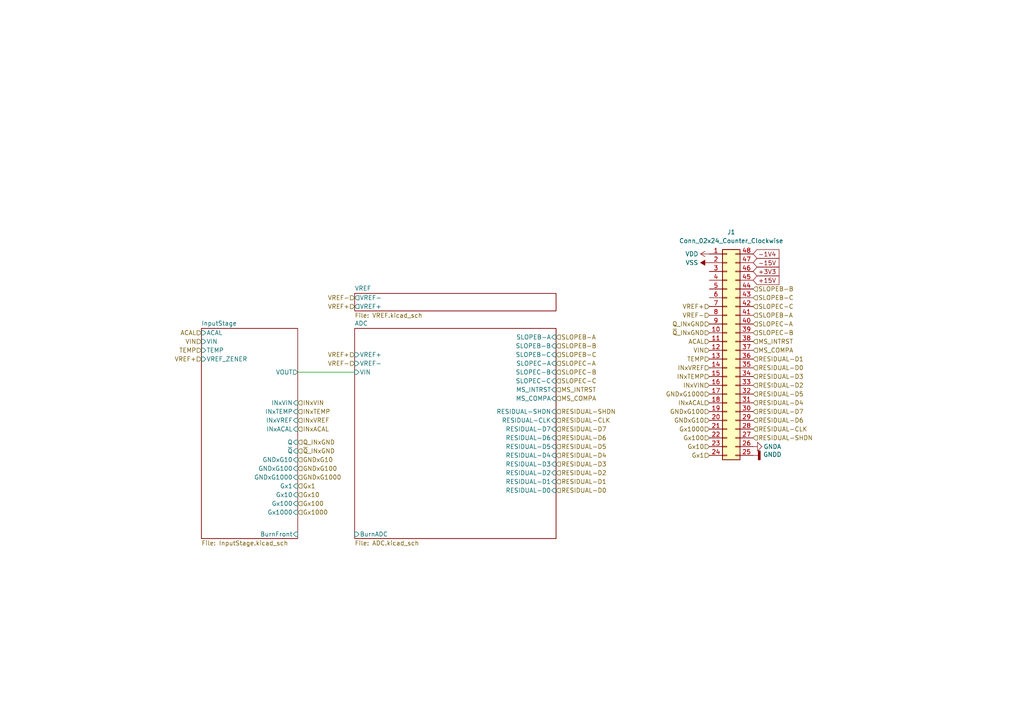
<source format=kicad_sch>
(kicad_sch (version 20231120) (generator "eeschema") (generator_version "8.0")
  (paper "A4")
  (title_block (title "xMultislope-1v0") (date "2023-11-01"))
  (lib_symbols
    (symbol "Connector_Generic:Conn_02x24_Counter_Clockwise" (pin_names (offset 1.016) hide)
      (property "Reference" "J" (at 1.27 30.48 0))
      (property "Value" "Conn_02x24_Counter_Clockwise" (at 1.27 -33.02 0))
      (symbol "Conn_02x24_Counter_Clockwise_1_1"
        (rectangle (start -1.27 -30.353) (end 0 -30.607) (stroke (width 0.1524)))
        (rectangle (start -1.27 -27.813) (end 0 -28.067) (stroke (width 0.1524)))
        (rectangle (start -1.27 -25.273) (end 0 -25.527) (stroke (width 0.1524)))
        (rectangle (start -1.27 -22.733) (end 0 -22.987) (stroke (width 0.1524)))
        (rectangle (start -1.27 -20.193) (end 0 -20.447) (stroke (width 0.1524)))
        (rectangle (start -1.27 -17.653) (end 0 -17.907) (stroke (width 0.1524)))
        (rectangle (start -1.27 -15.113) (end 0 -15.367) (stroke (width 0.1524)))
        (rectangle (start -1.27 -12.573) (end 0 -12.827) (stroke (width 0.1524)))
        (rectangle (start -1.27 -10.033) (end 0 -10.287) (stroke (width 0.1524)))
        (rectangle (start -1.27 -7.493) (end 0 -7.747) (stroke (width 0.1524)))
        (rectangle (start -1.27 -4.953) (end 0 -5.207) (stroke (width 0.1524)))
        (rectangle (start -1.27 -2.413) (end 0 -2.667) (stroke (width 0.1524)))
        (rectangle (start -1.27 0.127) (end 0 -0.127) (stroke (width 0.1524)))
        (rectangle (start -1.27 2.667) (end 0 2.413) (stroke (width 0.1524)))
        (rectangle (start -1.27 5.207) (end 0 4.953) (stroke (width 0.1524)))
        (rectangle (start -1.27 7.747) (end 0 7.493) (stroke (width 0.1524)))
        (rectangle (start -1.27 10.287) (end 0 10.033) (stroke (width 0.1524)))
        (rectangle (start -1.27 12.827) (end 0 12.573) (stroke (width 0.1524)))
        (rectangle (start -1.27 15.367) (end 0 15.113) (stroke (width 0.1524)))
        (rectangle (start -1.27 17.907) (end 0 17.653) (stroke (width 0.1524)))
        (rectangle (start -1.27 20.447) (end 0 20.193) (stroke (width 0.1524)))
        (rectangle (start -1.27 22.987) (end 0 22.733) (stroke (width 0.1524)))
        (rectangle (start -1.27 25.527) (end 0 25.273) (stroke (width 0.1524)))
        (rectangle (start -1.27 28.067) (end 0 27.813) (stroke (width 0.1524)))
        (rectangle (start -1.27 29.21) (end 3.81 -31.75) (stroke (width 0.254)) (fill (type background)))
        (rectangle (start 3.81 -30.353) (end 2.54 -30.607) (stroke (width 0.1524)))
        (rectangle (start 3.81 -27.813) (end 2.54 -28.067) (stroke (width 0.1524)))
        (rectangle (start 3.81 -25.273) (end 2.54 -25.527) (stroke (width 0.1524)))
        (rectangle (start 3.81 -22.733) (end 2.54 -22.987) (stroke (width 0.1524)))
        (rectangle (start 3.81 -20.193) (end 2.54 -20.447) (stroke (width 0.1524)))
        (rectangle (start 3.81 -17.653) (end 2.54 -17.907) (stroke (width 0.1524)))
        (rectangle (start 3.81 -15.113) (end 2.54 -15.367) (stroke (width 0.1524)))
        (rectangle (start 3.81 -12.573) (end 2.54 -12.827) (stroke (width 0.1524)))
        (rectangle (start 3.81 -10.033) (end 2.54 -10.287) (stroke (width 0.1524)))
        (rectangle (start 3.81 -7.493) (end 2.54 -7.747) (stroke (width 0.1524)))
        (rectangle (start 3.81 -4.953) (end 2.54 -5.207) (stroke (width 0.1524)))
        (rectangle (start 3.81 -2.413) (end 2.54 -2.667) (stroke (width 0.1524)))
        (rectangle (start 3.81 0.127) (end 2.54 -0.127) (stroke (width 0.1524)))
        (rectangle (start 3.81 2.667) (end 2.54 2.413) (stroke (width 0.1524)))
        (rectangle (start 3.81 5.207) (end 2.54 4.953) (stroke (width 0.1524)))
        (rectangle (start 3.81 7.747) (end 2.54 7.493) (stroke (width 0.1524)))
        (rectangle (start 3.81 10.287) (end 2.54 10.033) (stroke (width 0.1524)))
        (rectangle (start 3.81 12.827) (end 2.54 12.573) (stroke (width 0.1524)))
        (rectangle (start 3.81 15.367) (end 2.54 15.113) (stroke (width 0.1524)))
        (rectangle (start 3.81 17.907) (end 2.54 17.653) (stroke (width 0.1524)))
        (rectangle (start 3.81 20.447) (end 2.54 20.193) (stroke (width 0.1524)))
        (rectangle (start 3.81 22.987) (end 2.54 22.733) (stroke (width 0.1524)))
        (rectangle (start 3.81 25.527) (end 2.54 25.273) (stroke (width 0.1524)))
        (rectangle (start 3.81 28.067) (end 2.54 27.813) (stroke (width 0.1524)))
        (pin passive line (at -5.08 27.94 0) (length 3.81) (name "Pin_1") (number "1"))
        (pin passive line (at -5.08 5.08 0) (length 3.81) (name "Pin_10") (number "10"))
        (pin passive line (at -5.08 2.54 0) (length 3.81) (name "Pin_11") (number "11"))
        (pin passive line (at -5.08 0 0) (length 3.81) (name "Pin_12") (number "12"))
        (pin passive line (at -5.08 -2.54 0) (length 3.81) (name "Pin_13") (number "13"))
        (pin passive line (at -5.08 -5.08 0) (length 3.81) (name "Pin_14") (number "14"))
        (pin passive line (at -5.08 -7.62 0) (length 3.81) (name "Pin_15") (number "15"))
        (pin passive line (at -5.08 -10.16 0) (length 3.81) (name "Pin_16") (number "16"))
        (pin passive line (at -5.08 -12.7 0) (length 3.81) (name "Pin_17") (number "17"))
        (pin passive line (at -5.08 -15.24 0) (length 3.81) (name "Pin_18") (number "18"))
        (pin passive line (at -5.08 -17.78 0) (length 3.81) (name "Pin_19") (number "19"))
        (pin passive line (at -5.08 25.4 0) (length 3.81) (name "Pin_2") (number "2"))
        (pin passive line (at -5.08 -20.32 0) (length 3.81) (name "Pin_20") (number "20"))
        (pin passive line (at -5.08 -22.86 0) (length 3.81) (name "Pin_21") (number "21"))
        (pin passive line (at -5.08 -25.4 0) (length 3.81) (name "Pin_22") (number "22"))
        (pin passive line (at -5.08 -27.94 0) (length 3.81) (name "Pin_23") (number "23"))
        (pin passive line (at -5.08 -30.48 0) (length 3.81) (name "Pin_24") (number "24"))
        (pin passive line (at 7.62 -30.48 180) (length 3.81) (name "Pin_25") (number "25"))
        (pin passive line (at 7.62 -27.94 180) (length 3.81) (name "Pin_26") (number "26"))
        (pin passive line (at 7.62 -25.4 180) (length 3.81) (name "Pin_27") (number "27"))
        (pin passive line (at 7.62 -22.86 180) (length 3.81) (name "Pin_28") (number "28"))
        (pin passive line (at 7.62 -20.32 180) (length 3.81) (name "Pin_29") (number "29"))
        (pin passive line (at -5.08 22.86 0) (length 3.81) (name "Pin_3") (number "3"))
        (pin passive line (at 7.62 -17.78 180) (length 3.81) (name "Pin_30") (number "30"))
        (pin passive line (at 7.62 -15.24 180) (length 3.81) (name "Pin_31") (number "31"))
        (pin passive line (at 7.62 -12.7 180) (length 3.81) (name "Pin_32") (number "32"))
        (pin passive line (at 7.62 -10.16 180) (length 3.81) (name "Pin_33") (number "33"))
        (pin passive line (at 7.62 -7.62 180) (length 3.81) (name "Pin_34") (number "34"))
        (pin passive line (at 7.62 -5.08 180) (length 3.81) (name "Pin_35") (number "35"))
        (pin passive line (at 7.62 -2.54 180) (length 3.81) (name "Pin_36") (number "36"))
        (pin passive line (at 7.62 0 180) (length 3.81) (name "Pin_37") (number "37"))
        (pin passive line (at 7.62 2.54 180) (length 3.81) (name "Pin_38") (number "38"))
        (pin passive line (at 7.62 5.08 180) (length 3.81) (name "Pin_39") (number "39"))
        (pin passive line (at -5.08 20.32 0) (length 3.81) (name "Pin_4") (number "4"))
        (pin passive line (at 7.62 7.62 180) (length 3.81) (name "Pin_40") (number "40"))
        (pin passive line (at 7.62 10.16 180) (length 3.81) (name "Pin_41") (number "41"))
        (pin passive line (at 7.62 12.7 180) (length 3.81) (name "Pin_42") (number "42"))
        (pin passive line (at 7.62 15.24 180) (length 3.81) (name "Pin_43") (number "43"))
        (pin passive line (at 7.62 17.78 180) (length 3.81) (name "Pin_44") (number "44"))
        (pin passive line (at 7.62 20.32 180) (length 3.81) (name "Pin_45") (number "45"))
        (pin passive line (at 7.62 22.86 180) (length 3.81) (name "Pin_46") (number "46"))
        (pin passive line (at 7.62 25.4 180) (length 3.81) (name "Pin_47") (number "47"))
        (pin passive line (at 7.62 27.94 180) (length 3.81) (name "Pin_48") (number "48"))
        (pin passive line (at -5.08 17.78 0) (length 3.81) (name "Pin_5") (number "5"))
        (pin passive line (at -5.08 15.24 0) (length 3.81) (name "Pin_6") (number "6"))
        (pin passive line (at -5.08 12.7 0) (length 3.81) (name "Pin_7") (number "7"))
        (pin passive line (at -5.08 10.16 0) (length 3.81) (name "Pin_8") (number "8"))
        (pin passive line (at -5.08 7.62 0) (length 3.81) (name "Pin_9") (number "9"))
      )
    )
    (symbol "power:GNDA" (power) (pin_names (offset 0))
      (property "Value" "GNDA" (at 0 -3.81 0))
      (symbol "GNDA_0_1"
        (polyline (pts (xy 0 0) (xy 0 -1.27) (xy 1.27 -1.27) (xy 0 -2.54) (xy -1.27 -1.27) (xy 0 -1.27)))
      )
      (symbol "GNDA_1_1"
        (pin power_in line (at 0 0 270) (length 0) hide (name "GNDA") (number "1"))
      )
    )
    (symbol "power:GNDD" (power) (pin_names (offset 0))
      (property "Value" "GNDD" (at 0 -3.175 0))
      (symbol "GNDD_0_1"
        (rectangle (start -1.27 -1.524) (end 1.27 -2.032) (stroke (width 0.254)) (fill (type outline)))
        (polyline (pts (xy 0 0) (xy 0 -1.524)))
      )
      (symbol "GNDD_1_1"
        (pin power_in line (at 0 0 270) (length 0) hide (name "GNDD") (number "1"))
      )
    )
    (symbol "power:VDD" (power) (pin_names (offset 0))
      (property "Value" "VDD" (at 0 3.81 0))
      (symbol "VDD_0_1"
        (polyline (pts (xy -0.762 1.27) (xy 0 2.54)))
        (polyline (pts (xy 0 0) (xy 0 2.54)))
        (polyline (pts (xy 0 2.54) (xy 0.762 1.27)))
      )
      (symbol "VDD_1_1"
        (pin power_in line (at 0 0 90) (length 0) hide (name "VDD") (number "1"))
      )
    )
    (symbol "power:VSS" (power) (pin_names (offset 0))
      (property "Value" "VSS" (at 0 3.81 0))
      (symbol "VSS_0_1"
        (polyline (pts (xy 0 0) (xy 0 2.54)))
        (polyline (pts (xy 0.762 1.27) (xy -0.762 1.27) (xy 0 2.54) (xy 0.762 1.27)) (fill (type outline)))
      )
      (symbol "VSS_1_1"
        (pin power_in line (at 0 0 90) (length 0) hide (name "VSS") (number "1"))
      )
    )
  )
  (wire (pts (xy 86.36 107.95) (xy 102.87 107.95)))
  (global_label "+3V3" (shape input) (at 218.44 78.74 0) (property "Intersheetrefs" "${INTERSHEET_REFS}" (effects (hide yes))))
  (global_label "+15V" (shape input) (at 218.44 81.28 0) (property "Intersheetrefs" "${INTERSHEET_REFS}" (effects (hide yes))))
  (global_label "-15V" (shape input) (at 218.44 76.2 0) (property "Intersheetrefs" "${INTERSHEET_REFS}" (effects (hide yes))))
  (global_label "-1V4" (shape input) (at 218.44 73.66 0) (property "Intersheetrefs" "${INTERSHEET_REFS}" (effects (hide yes))))
  (hierarchical_label "Gx10" (shape input) (at 86.36 143.51 0))
  (hierarchical_label "~{Q}_INxGND" (shape input) (at 86.36 130.81 0))
  (hierarchical_label "MS_COMPA" (shape input) (at 161.29 115.57 0))
  (hierarchical_label "TEMP" (shape input) (at 205.74 104.14 180))
  (hierarchical_label "RESIDUAL-CLK" (shape input) (at 218.44 124.46 0))
  (hierarchical_label "Gx1" (shape input) (at 86.36 140.97 0))
  (hierarchical_label "Q_INxGND" (shape input) (at 86.36 128.27 0))
  (hierarchical_label "SLOPEC-A" (shape input) (at 218.44 93.98 0))
  (hierarchical_label "Gx100" (shape input) (at 205.74 127 180))
  (hierarchical_label "RESIDUAL-D6" (shape input) (at 161.29 127 0))
  (hierarchical_label "INxVIN" (shape input) (at 205.74 111.76 180))
  (hierarchical_label "RESIDUAL-D5" (shape input) (at 161.29 129.54 0))
  (hierarchical_label "GNDxG1000" (shape input) (at 86.36 138.43 0))
  (hierarchical_label "INxVREF" (shape input) (at 205.74 106.68 180))
  (hierarchical_label "GNDxG1000" (shape input) (at 205.74 114.3 180))
  (hierarchical_label "RESIDUAL-D1" (shape input) (at 218.44 104.14 0))
  (hierarchical_label "TEMP" (shape input) (at 58.42 101.6 180))
  (hierarchical_label "GNDxG100" (shape input) (at 205.74 119.38 180))
  (hierarchical_label "Gx10" (shape input) (at 205.74 129.54 180))
  (hierarchical_label "RESIDUAL-CLK" (shape input) (at 161.29 121.92 0))
  (hierarchical_label "INxACAL" (shape input) (at 205.74 116.84 180))
  (hierarchical_label "ACAL" (shape input) (at 58.42 96.52 180))
  (hierarchical_label "INxVIN" (shape input) (at 86.36 116.84 0))
  (hierarchical_label "VREF-" (shape input) (at 102.87 86.36 180))
  (hierarchical_label "ACAL" (shape input) (at 205.74 99.06 180))
  (hierarchical_label "RESIDUAL-D7" (shape input) (at 161.29 124.46 0))
  (hierarchical_label "RESIDUAL-D3" (shape input) (at 161.29 134.62 0))
  (hierarchical_label "RESIDUAL-D2" (shape input) (at 218.44 111.76 0))
  (hierarchical_label "INxTEMP" (shape input) (at 205.74 109.22 180))
  (hierarchical_label "VREF+" (shape input) (at 205.74 88.9 180))
  (hierarchical_label "SLOPEB-A" (shape input) (at 161.29 97.79 0))
  (hierarchical_label "Gx1" (shape input) (at 205.74 132.08 180))
  (hierarchical_label "RESIDUAL-SHDN" (shape input) (at 218.44 127 0))
  (hierarchical_label "RESIDUAL-D0" (shape input) (at 161.29 142.24 0))
  (hierarchical_label "VREF+" (shape input) (at 102.87 88.9 180))
  (hierarchical_label "RESIDUAL-D7" (shape input) (at 218.44 119.38 0))
  (hierarchical_label "SLOPEC-B" (shape input) (at 218.44 96.52 0))
  (hierarchical_label "VREF+" (shape input) (at 102.87 102.87 180))
  (hierarchical_label "INxTEMP" (shape input) (at 86.36 119.38 0))
  (hierarchical_label "Gx1000" (shape input) (at 86.36 148.59 0))
  (hierarchical_label "VREF-" (shape input) (at 205.74 91.44 180))
  (hierarchical_label "Q_INxGND" (shape input) (at 205.74 93.98 180))
  (hierarchical_label "RESIDUAL-D4" (shape input) (at 161.29 132.08 0))
  (hierarchical_label "SLOPEB-A" (shape input) (at 218.44 91.44 0))
  (hierarchical_label "RESIDUAL-D0" (shape input) (at 218.44 106.68 0))
  (hierarchical_label "VIN" (shape input) (at 58.42 99.06 180))
  (hierarchical_label "RESIDUAL-D1" (shape input) (at 161.29 139.7 0))
  (hierarchical_label "MS_COMPA" (shape input) (at 218.44 101.6 0))
  (hierarchical_label "GNDxG10" (shape input) (at 205.74 121.92 180))
  (hierarchical_label "RESIDUAL-D6" (shape input) (at 218.44 121.92 0))
  (hierarchical_label "MS_INTRST" (shape input) (at 218.44 99.06 0))
  (hierarchical_label "MS_INTRST" (shape input) (at 161.29 113.03 0))
  (hierarchical_label "RESIDUAL-D4" (shape input) (at 218.44 116.84 0))
  (hierarchical_label "INxVREF" (shape input) (at 86.36 121.92 0))
  (hierarchical_label "SLOPEC-B" (shape input) (at 161.29 107.95 0))
  (hierarchical_label "~{Q}_INxGND" (shape input) (at 205.74 96.52 180))
  (hierarchical_label "SLOPEC-A" (shape input) (at 161.29 105.41 0))
  (hierarchical_label "VIN" (shape input) (at 205.74 101.6 180))
  (hierarchical_label "SLOPEB-C" (shape input) (at 161.29 102.87 0))
  (hierarchical_label "RESIDUAL-D5" (shape input) (at 218.44 114.3 0))
  (hierarchical_label "GNDxG10" (shape input) (at 86.36 133.35 0))
  (hierarchical_label "RESIDUAL-D2" (shape input) (at 161.29 137.16 0))
  (hierarchical_label "SLOPEB-C" (shape input) (at 218.44 86.36 0))
  (hierarchical_label "RESIDUAL-SHDN" (shape input) (at 161.29 119.38 0))
  (hierarchical_label "VREF-" (shape input) (at 102.87 105.41 180))
  (hierarchical_label "INxACAL" (shape input) (at 86.36 124.46 0))
  (hierarchical_label "RESIDUAL-D3" (shape input) (at 218.44 109.22 0))
  (hierarchical_label "Gx100" (shape input) (at 86.36 146.05 0))
  (hierarchical_label "SLOPEB-B" (shape input) (at 161.29 100.33 0))
  (hierarchical_label "VREF+" (shape input) (at 58.42 104.14 180))
  (hierarchical_label "GNDxG100" (shape input) (at 86.36 135.89 0))
  (hierarchical_label "Gx1000" (shape input) (at 205.74 124.46 180))
  (hierarchical_label "SLOPEC-C" (shape input) (at 161.29 110.49 0))
  (hierarchical_label "SLOPEC-C" (shape input) (at 218.44 88.9 0))
  (hierarchical_label "SLOPEB-B" (shape input) (at 218.44 83.82 0))
  (symbol (lib_id "power:GNDA") (at 218.44 129.54 90) (mirror x) (unit 1)
    (property "Reference" "#PWR075" (effects (hide yes)))
    (property "Value" "GNDA" (at 224.028 129.54 90))
  )
  (symbol (lib_id "power:VDD") (at 205.74 73.66 90) (unit 1)
    (property "Reference" "#PWR026" (effects (hide yes)))
    (property "Value" "VDD" (at 200.66 73.66 90))
  )
  (symbol (lib_id "power:VSS") (at 205.74 76.2 90) (unit 1)
    (property "Reference" "#PWR035" (effects (hide yes)))
    (property "Value" "VSS" (at 200.66 76.2 90))
  )
  (symbol (lib_id "Connector_Generic:Conn_02x24_Counter_Clockwise") (at 210.82 101.6 0) (unit 1)
    (property "Reference" "J1" (at 212.09 67.31 0))
    (property "Value" "Conn_02x24_Counter_Clockwise" (at 212.09 69.85 0))
    (property "Footprint" "Connector_PinHeader_2.54mm:PinHeader_2x24_P2.54mm_Horizontal" (effects (hide yes)))
    (property "Description" "Generic connector, double row, 02x24, counter clockwise pin numbering scheme (similar to DIP package numbering), script generated (kicad-library-utils/schlib/autogen/connector/)" (effects (hide yes)))
  )
  (symbol (lib_id "power:GNDD") (at 218.44 132.08 90) (unit 1)
    (property "Reference" "#PWR074" (effects (hide yes)))
    (property "Value" "GNDD" (at 224.028 131.826 90))
  )
  (sheet (at 102.87 85.09) (size 58.42 5.08) (stroke (width 0.1524))
    (property "Sheetname" "VREF" (at 102.87 84.3784 0) (effects (justify left bottom)))
    (property "Sheetfile" "VREF.kicad_sch" (at 102.87 90.7546 0) (effects (justify left top)))
    (pin "VREF-" output (at 102.87 86.36 180))
    (pin "VREF+" output (at 102.87 88.9 180))
  )
  (sheet (at 58.42 95.25) (size 27.94 60.96) (stroke (width 0.1524))
    (property "Sheetname" "InputStage" (at 58.42 94.5384 0) (effects (justify left bottom)))
    (property "Sheetfile" "InputStage.kicad_sch" (at 58.42 156.7946 0) (effects (justify left top)))
    (pin "VOUT" output (at 86.36 107.95 0))
    (pin "VIN" input (at 58.42 99.06 180))
    (pin "VREF_ZENER" input (at 58.42 104.14 180))
    (pin "ACAL" input (at 58.42 96.52 180))
    (pin "~{Q}" input (at 86.36 130.81 0))
    (pin "Q" input (at 86.36 128.27 0))
    (pin "INxVIN" input (at 86.36 116.84 0))
    (pin "INxTEMP" input (at 86.36 119.38 0))
    (pin "INxVREF" input (at 86.36 121.92 0))
    (pin "TEMP" input (at 58.42 101.6 180))
    (pin "INxACAL" input (at 86.36 124.46 0))
    (pin "GNDxG100" input (at 86.36 135.89 0))
    (pin "GNDxG1000" input (at 86.36 138.43 0))
    (pin "Gx1" input (at 86.36 140.97 0))
    (pin "Gx10" input (at 86.36 143.51 0))
    (pin "GNDxG10" input (at 86.36 133.35 0))
    (pin "BurnFront" input (at 86.36 154.94 0))
    (pin "Gx1000" input (at 86.36 148.59 0))
    (pin "Gx100" input (at 86.36 146.05 0))
  )
  (sheet (at 102.87 95.25) (size 58.42 60.96) (stroke (width 0.1524))
    (property "Sheetname" "ADC" (at 102.87 94.5384 0) (effects (justify left bottom)))
    (property "Sheetfile" "ADC.kicad_sch" (at 102.87 156.7946 0) (effects (justify left top)))
    (pin "VREF-" input (at 102.87 105.41 180))
    (pin "VIN" input (at 102.87 107.95 180))
    (pin "VREF+" input (at 102.87 102.87 180))
    (pin "SLOPEB-C" input (at 161.29 102.87 0))
    (pin "SLOPEB-B" input (at 161.29 100.33 0))
    (pin "SLOPEB-A" input (at 161.29 97.79 0))
    (pin "SLOPEC-B" input (at 161.29 107.95 0))
    (pin "SLOPEC-A" input (at 161.29 105.41 0))
    (pin "SLOPEC-C" input (at 161.29 110.49 0))
    (pin "BurnADC" input (at 102.87 154.94 180))
    (pin "MS_INTRST" input (at 161.29 113.03 0))
    (pin "MS_COMPA" input (at 161.29 115.57 0))
    (pin "RESIDUAL-SHDN" input (at 161.29 119.38 0))
    (pin "RESIDUAL-D7" input (at 161.29 124.46 0))
    (pin "RESIDUAL-CLK" input (at 161.29 121.92 0))
    (pin "RESIDUAL-D2" input (at 161.29 137.16 0))
    (pin "RESIDUAL-D4" input (at 161.29 132.08 0))
    (pin "RESIDUAL-D3" input (at 161.29 134.62 0))
    (pin "RESIDUAL-D6" input (at 161.29 127 0))
    (pin "RESIDUAL-D5" input (at 161.29 129.54 0))
    (pin "RESIDUAL-D0" input (at 161.29 142.24 0))
    (pin "RESIDUAL-D1" input (at 161.29 139.7 0))
  )
)
</source>
